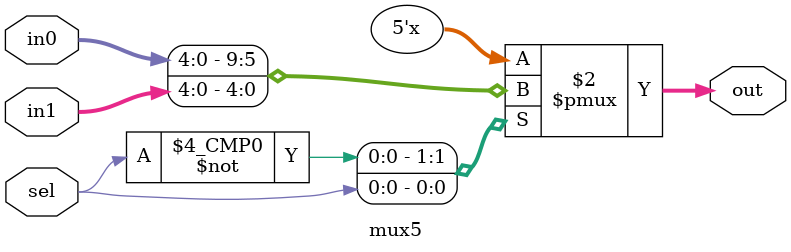
<source format=v>
`timescale 1ns / 1ps
module mux5(
    input [4:0] in0,
    input [4:0] in1,
    input sel,
    output reg [4:0] out
    );
    always @(*)
    begin
    case(sel)
    1'b0: out = in0;
    1'b1: out =  in1;
    default: out = 5'b0;
    endcase
    end
endmodule
</source>
